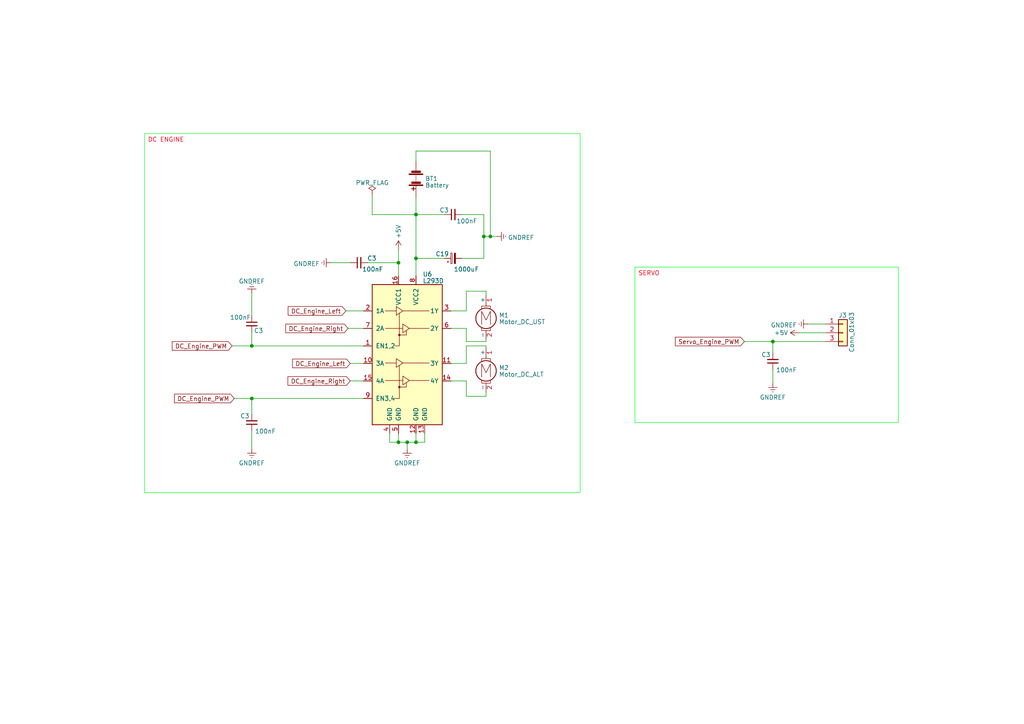
<source format=kicad_sch>
(kicad_sch (version 20230121) (generator eeschema)
  (paper "A4")
  (lib_symbols
    (symbol "Connector_Generic:Conn_01x03" (pin_names (offset 1.016) hide)
      (property "Reference" "J" (at 0 5.08 0))
      (property "Value" "Conn_01x03" (at 0 -5.08 0))
      (symbol "Conn_01x03_1_1"
        (rectangle (start -1.27 -2.413) (end 0 -2.667) (stroke (width 0.1524)))
        (rectangle (start -1.27 0.127) (end 0 -0.127) (stroke (width 0.1524)))
        (rectangle (start -1.27 2.667) (end 0 2.413) (stroke (width 0.1524)))
        (rectangle (start -1.27 3.81) (end 1.27 -3.81) (stroke (width 0.254)) (fill (type background)))
        (pin passive line (at -5.08 2.54 0) (length 3.81) (name "Pin_1") (number "1"))
        (pin passive line (at -5.08 0 0) (length 3.81) (name "Pin_2") (number "2"))
        (pin passive line (at -5.08 -2.54 0) (length 3.81) (name "Pin_3") (number "3"))
      )
    )
    (symbol "Device:Battery" (pin_numbers hide) (pin_names (offset 0) hide)
      (property "Reference" "BT" (at 2.54 2.54 0))
      (property "Value" "Battery" (at 2.54 0 0))
      (symbol "Battery_0_1"
        (rectangle (start -2.032 -1.397) (end 2.032 -1.651) (fill (type outline)))
        (rectangle (start -2.032 1.778) (end 2.032 1.524) (fill (type outline)))
        (rectangle (start -1.3208 -1.9812) (end 1.27 -2.4892) (fill (type outline)))
        (rectangle (start -1.3208 1.1938) (end 1.27 0.6858) (fill (type outline)))
        (polyline (pts (xy 0 -1.524) (xy 0 -1.27)))
        (polyline (pts (xy 0 -1.016) (xy 0 -0.762)))
        (polyline (pts (xy 0 -0.508) (xy 0 -0.254)))
        (polyline (pts (xy 0 0) (xy 0 0.254)))
        (polyline (pts (xy 0 0.508) (xy 0 0.762)))
        (polyline (pts (xy 0 1.778) (xy 0 2.54)))
        (polyline (pts (xy 0.254 2.667) (xy 1.27 2.667)) (stroke (width 0.254)))
        (polyline (pts (xy 0.762 3.175) (xy 0.762 2.159)) (stroke (width 0.254)))
      )
      (symbol "Battery_1_1"
        (pin passive line (at 0 5.08 270) (length 2.54) (name "+") (number "1"))
        (pin passive line (at 0 -5.08 90) (length 2.54) (name "-") (number "2"))
      )
    )
    (symbol "Device:C_Polarized_Small" (pin_numbers hide) (pin_names (offset 0.254) hide)
      (property "Reference" "C" (at 0.254 1.778 0))
      (property "Value" "C_Polarized_Small" (at 0.254 -2.032 0))
      (symbol "C_Polarized_Small_0_1"
        (rectangle (start -1.524 -0.3048) (end 1.524 -0.6858) (fill (type outline)))
        (rectangle (start -1.524 0.6858) (end 1.524 0.3048))
        (polyline (pts (xy -1.27 1.524) (xy -0.762 1.524)))
        (polyline (pts (xy -1.016 1.27) (xy -1.016 1.778)))
      )
      (symbol "C_Polarized_Small_1_1"
        (pin passive line (at 0 2.54 270) (length 1.8542) (name "~") (number "1"))
        (pin passive line (at 0 -2.54 90) (length 1.8542) (name "~") (number "2"))
      )
    )
    (symbol "Device:C_Small" (pin_numbers hide) (pin_names (offset 0.254) hide)
      (property "Reference" "C" (at 0.254 1.778 0))
      (property "Value" "C_Small" (at 0.254 -2.032 0))
      (symbol "C_Small_0_1"
        (polyline (pts (xy -1.524 -0.508) (xy 1.524 -0.508)) (stroke (width 0.3302)))
        (polyline (pts (xy -1.524 0.508) (xy 1.524 0.508)) (stroke (width 0.3048)))
      )
      (symbol "C_Small_1_1"
        (pin passive line (at 0 2.54 270) (length 2.032) (name "~") (number "1"))
        (pin passive line (at 0 -2.54 90) (length 2.032) (name "~") (number "2"))
      )
    )
    (symbol "Driver_Motor:L293D" (pin_names (offset 1.016))
      (property "Reference" "U" (at -5.08 26.035 0))
      (property "Value" "L293D" (at -5.08 24.13 0))
      (symbol "L293D_0_1"
        (rectangle (start -10.16 22.86) (end 10.16 -17.78) (stroke (width 0.254)) (fill (type background)))
        (circle (center -2.286 -6.858) (radius 0.254) (fill (type outline)))
        (circle (center -2.286 8.255) (radius 0.254) (fill (type outline)))
        (polyline (pts (xy -6.35 -4.953) (xy -1.27 -4.953)))
        (polyline (pts (xy -6.35 0.127) (xy -3.175 0.127)))
        (polyline (pts (xy -6.35 10.16) (xy -1.27 10.16)))
        (polyline (pts (xy -6.35 15.24) (xy -3.175 15.24)))
        (polyline (pts (xy -1.27 0.127) (xy 6.35 0.127)))
        (polyline (pts (xy -1.27 15.24) (xy 6.35 15.24)))
        (polyline (pts (xy 0.635 -4.953) (xy 6.35 -4.953)))
        (polyline (pts (xy 0.635 10.16) (xy 6.35 10.16)))
        (polyline (pts (xy -2.286 -6.858) (xy -0.254 -6.858) (xy -0.254 -5.588)))
        (polyline (pts (xy -2.286 -0.635) (xy -2.286 -10.16) (xy -3.556 -10.16)))
        (polyline (pts (xy -2.286 8.255) (xy -0.254 8.255) (xy -0.254 9.525)))
        (polyline (pts (xy -2.286 14.478) (xy -2.286 5.08) (xy -3.556 5.08)))
        (polyline (pts (xy -3.175 1.397) (xy -3.175 -1.143) (xy -1.27 0.127) (xy -3.175 1.397)))
        (polyline (pts (xy -3.175 16.51) (xy -3.175 13.97) (xy -1.27 15.24) (xy -3.175 16.51)))
        (polyline (pts (xy -1.27 -3.683) (xy -1.27 -6.223) (xy 0.635 -4.953) (xy -1.27 -3.683)))
        (polyline (pts (xy -1.27 11.43) (xy -1.27 8.89) (xy 0.635 10.16) (xy -1.27 11.43)))
      )
      (symbol "L293D_1_1"
        (pin input line (at -12.7 5.08 0) (length 2.54) (name "EN1,2") (number "1"))
        (pin input line (at -12.7 0 0) (length 2.54) (name "3A") (number "10"))
        (pin output line (at 12.7 0 180) (length 2.54) (name "3Y") (number "11"))
        (pin power_in line (at 2.54 -20.32 90) (length 2.54) (name "GND") (number "12"))
        (pin power_in line (at 5.08 -20.32 90) (length 2.54) (name "GND") (number "13"))
        (pin output line (at 12.7 -5.08 180) (length 2.54) (name "4Y") (number "14"))
        (pin input line (at -12.7 -5.08 0) (length 2.54) (name "4A") (number "15"))
        (pin power_in line (at -2.54 25.4 270) (length 2.54) (name "VCC1") (number "16"))
        (pin input line (at -12.7 15.24 0) (length 2.54) (name "1A") (number "2"))
        (pin output line (at 12.7 15.24 180) (length 2.54) (name "1Y") (number "3"))
        (pin power_in line (at -5.08 -20.32 90) (length 2.54) (name "GND") (number "4"))
        (pin power_in line (at -2.54 -20.32 90) (length 2.54) (name "GND") (number "5"))
        (pin output line (at 12.7 10.16 180) (length 2.54) (name "2Y") (number "6"))
        (pin input line (at -12.7 10.16 0) (length 2.54) (name "2A") (number "7"))
        (pin power_in line (at 2.54 25.4 270) (length 2.54) (name "VCC2") (number "8"))
        (pin input line (at -12.7 -10.16 0) (length 2.54) (name "EN3,4") (number "9"))
      )
    )
    (symbol "Motor:Motor_DC_ALT" (pin_names (offset 0))
      (property "Reference" "M" (at 2.54 2.54 0))
      (property "Value" "Motor_DC_ALT" (at 2.54 -5.08 0))
      (symbol "Motor_DC_ALT_0_0"
        (circle (center 0 -1.524) (radius 2.9718) (stroke (width 0.254)))
        (polyline (pts (xy -1.27 -4.318) (xy -1.27 -5.08) (xy 1.27 -5.08) (xy 1.27 -4.318)))
        (polyline (pts (xy -1.27 1.27) (xy -1.27 2.032) (xy 1.27 2.032) (xy 1.27 1.27)))
        (polyline (pts (xy -1.27 -3.302) (xy -1.27 0.508) (xy 0 -2.032) (xy 1.27 0.508) (xy 1.27 -3.302)))
      )
      (symbol "Motor_DC_ALT_0_1"
        (polyline (pts (xy 0 2.032) (xy 0 2.54)))
      )
      (symbol "Motor_DC_ALT_1_1"
        (pin passive line (at 0 5.08 270) (length 2.54) (name "+") (number "1"))
        (pin passive line (at 0 -7.62 90) (length 2.54) (name "-") (number "2"))
      )
    )
    (symbol "power:+5V" (power) (pin_names (offset 0))
      (property "Value" "+5V" (at 0 3.556 0))
      (symbol "+5V_0_1"
        (polyline (pts (xy -0.762 1.27) (xy 0 2.54)))
        (polyline (pts (xy 0 0) (xy 0 2.54)))
        (polyline (pts (xy 0 2.54) (xy 0.762 1.27)))
      )
      (symbol "+5V_1_1"
        (pin power_in line (at 0 0 90) (length 0) hide (name "+5V") (number "1"))
      )
    )
    (symbol "power:GNDREF" (power) (pin_names (offset 0))
      (property "Value" "GNDREF" (at 0 -3.81 0))
      (symbol "GNDREF_0_1"
        (polyline (pts (xy -0.635 -1.905) (xy 0.635 -1.905)))
        (polyline (pts (xy -0.127 -2.54) (xy 0.127 -2.54)))
        (polyline (pts (xy 0 -1.27) (xy 0 0)))
        (polyline (pts (xy 1.27 -1.27) (xy -1.27 -1.27)))
      )
      (symbol "GNDREF_1_1"
        (pin power_in line (at 0 0 270) (length 0) hide (name "GNDREF") (number "1"))
      )
    )
    (symbol "power:PWR_FLAG" (power) (pin_numbers hide) (pin_names (offset 0) hide)
      (property "Value" "PWR_FLAG" (at 0 3.81 0))
      (symbol "PWR_FLAG_0_0"
        (pin power_out line (at 0 0 90) (length 0) (name "pwr") (number "1"))
      )
      (symbol "PWR_FLAG_0_1"
        (polyline (pts (xy 0 0) (xy 0 1.27) (xy -1.016 1.905) (xy 0 2.54) (xy 1.016 1.905) (xy 0 1.27)))
      )
    )
  )
  (junction (at 73.025 115.57))
  (junction (at 120.65 128.27))
  (junction (at 115.57 128.27))
  (junction (at 120.65 62.23))
  (junction (at 142.24 68.58))
  (junction (at 140.335 68.58))
  (junction (at 73.025 100.33))
  (junction (at 118.11 128.27))
  (junction (at 115.57 76.2))
  (junction (at 120.65 74.93))
  (junction (at 224.155 99.06))
  (wire (pts (xy 234.315 93.98) (xy 239.395 93.98)))
  (wire (pts (xy 67.945 115.57) (xy 73.025 115.57)))
  (wire (pts (xy 142.24 68.58) (xy 144.145 68.58)))
  (wire (pts (xy 95.885 76.2) (xy 101.6 76.2)))
  (wire (pts (xy 120.65 43.815) (xy 142.24 43.815)))
  (wire (pts (xy 120.65 46.99) (xy 120.65 43.815)))
  (wire (pts (xy 115.57 72.39) (xy 115.57 76.2)))
  (wire (pts (xy 120.65 57.15) (xy 120.65 62.23)))
  (wire (pts (xy 135.255 95.25) (xy 130.81 95.25)))
  (wire (pts (xy 140.335 62.23) (xy 140.335 68.58)))
  (wire (pts (xy 118.11 130.175) (xy 118.11 128.27)))
  (wire (pts (xy 135.255 100.33) (xy 140.97 100.33)))
  (wire (pts (xy 142.24 43.815) (xy 142.24 68.58)))
  (wire (pts (xy 231.775 96.52) (xy 239.395 96.52)))
  (wire (pts (xy 101.6 110.49) (xy 105.41 110.49)))
  (wire (pts (xy 73.025 125.095) (xy 73.025 130.175)))
  (wire (pts (xy 73.025 115.57) (xy 73.025 120.015)))
  (wire (pts (xy 140.97 113.665) (xy 140.97 114.935)))
  (wire (pts (xy 215.9 99.06) (xy 224.155 99.06)))
  (wire (pts (xy 133.985 62.23) (xy 140.335 62.23)))
  (wire (pts (xy 224.155 99.06) (xy 224.155 102.235)))
  (wire (pts (xy 100.33 90.17) (xy 105.41 90.17)))
  (wire (pts (xy 140.335 74.93) (xy 140.335 68.58)))
  (wire (pts (xy 128.905 74.93) (xy 120.65 74.93)))
  (wire (pts (xy 120.65 62.23) (xy 120.65 74.93)))
  (wire (pts (xy 140.97 114.935) (xy 135.255 114.935)))
  (wire (pts (xy 73.025 85.09) (xy 73.025 91.44)))
  (wire (pts (xy 135.255 95.25) (xy 135.255 99.06)))
  (wire (pts (xy 123.19 128.27) (xy 123.19 125.73)))
  (wire (pts (xy 135.255 84.455) (xy 140.97 84.455)))
  (wire (pts (xy 115.57 76.2) (xy 115.57 80.01)))
  (wire (pts (xy 224.155 107.315) (xy 224.155 111.125)))
  (wire (pts (xy 67.31 100.33) (xy 73.025 100.33)))
  (wire (pts (xy 106.68 76.2) (xy 115.57 76.2)))
  (wire (pts (xy 140.335 68.58) (xy 142.24 68.58)))
  (wire (pts (xy 100.965 95.25) (xy 105.41 95.25)))
  (wire (pts (xy 135.255 99.06) (xy 140.97 99.06)))
  (wire (pts (xy 101.6 105.41) (xy 105.41 105.41)))
  (wire (pts (xy 120.65 125.73) (xy 120.65 128.27)))
  (wire (pts (xy 113.03 128.27) (xy 115.57 128.27)))
  (wire (pts (xy 140.97 99.06) (xy 140.97 98.425)))
  (wire (pts (xy 107.95 56.515) (xy 107.95 62.23)))
  (wire (pts (xy 115.57 128.27) (xy 118.11 128.27)))
  (wire (pts (xy 107.95 62.23) (xy 120.65 62.23)))
  (wire (pts (xy 140.97 100.33) (xy 140.97 100.965)))
  (wire (pts (xy 120.65 74.93) (xy 120.65 80.01)))
  (wire (pts (xy 73.025 100.33) (xy 105.41 100.33)))
  (wire (pts (xy 135.255 90.17) (xy 135.255 84.455)))
  (wire (pts (xy 73.025 96.52) (xy 73.025 100.33)))
  (wire (pts (xy 120.65 128.27) (xy 123.19 128.27)))
  (wire (pts (xy 73.025 115.57) (xy 105.41 115.57)))
  (wire (pts (xy 118.11 128.27) (xy 120.65 128.27)))
  (wire (pts (xy 224.155 99.06) (xy 239.395 99.06)))
  (wire (pts (xy 133.985 74.93) (xy 140.335 74.93)))
  (wire (pts (xy 135.255 105.41) (xy 135.255 100.33)))
  (wire (pts (xy 135.255 110.49) (xy 130.81 110.49)))
  (wire (pts (xy 128.905 62.23) (xy 120.65 62.23)))
  (wire (pts (xy 115.57 128.27) (xy 115.57 125.73)))
  (wire (pts (xy 130.81 90.17) (xy 135.255 90.17)))
  (wire (pts (xy 135.255 114.935) (xy 135.255 110.49)))
  (wire (pts (xy 140.97 84.455) (xy 140.97 85.725)))
  (wire (pts (xy 130.81 105.41) (xy 135.255 105.41)))
  (wire (pts (xy 113.03 125.73) (xy 113.03 128.27)))
  (text_box "DC ENGINE\n" (at 41.91 38.735 0) (size 126.365 104.14) (stroke (width 0) (color 0 255 24 1)) (effects (font (size 1.27 1.27)) (justify left top)))
  (text_box "SERVO\n" (at 184.15 77.47 0) (size 76.4032 45.085) (stroke (width 0) (color 0 255 24 1)) (effects (font (size 1.27 1.27)) (justify left top)))
  (global_label "Servo_Engine_PWM" (shape input) (at 215.9 99.06 180) (property "Intersheetrefs" "${INTERSHEET_REFS}" (effects hide)))
  (global_label "DC_Engine_Left" (shape input) (at 101.6 105.41 180) (property "Intersheetrefs" "${INTERSHEET_REFS}" (effects hide)))
  (global_label "DC_Engine_Left" (shape input) (at 100.33 90.17 180) (property "Intersheetrefs" "${INTERSHEET_REFS}" (effects hide)))
  (global_label "DC_Engine_Right" (shape input) (at 100.965 95.25 180) (property "Intersheetrefs" "${INTERSHEET_REFS}" (effects hide)))
  (global_label "DC_Engine_PWM" (shape input) (at 67.31 100.33 180) (property "Intersheetrefs" "${INTERSHEET_REFS}" (effects hide)))
  (global_label "DC_Engine_Right" (shape input) (at 101.6 110.49 180) (property "Intersheetrefs" "${INTERSHEET_REFS}" (effects hide)))
  (global_label "DC_Engine_PWM" (shape input) (at 67.945 115.57 180) (property "Intersheetrefs" "${INTERSHEET_REFS}" (effects hide)))
  (symbol (lib_id "Device:C_Small") (at 224.155 104.775 180) (unit 1)
    (property "Reference" "C3" (at 223.52 102.87 0) (effects (justify left)))
    (property "Value" "100nF" (at 231.14 107.315 0) (effects (justify left)))
    (property "Footprint" "Capacitor_SMD:C_0805_2012Metric" (effects hide))
    (instances (project "Sistem_Tasarim" (path "" (reference "C3") (unit 1)) (path "" (reference "C14") (unit 1)) (path "" (reference "C25") (unit 1))))
  )
  (symbol (lib_id "Device:C_Small") (at 73.025 122.555 180) (unit 1)
    (property "Reference" "C3" (at 72.39 120.65 0) (effects (justify left)))
    (property "Value" "100nF" (at 80.01 125.095 0) (effects (justify left)))
    (property "Footprint" "Capacitor_SMD:C_0805_2012Metric" (effects hide))
    (instances (project "Sistem_Tasarim" (path "" (reference "C3") (unit 1)) (path "" (reference "C14") (unit 1)) (path "" (reference "C24") (unit 1))))
  )
  (symbol (lib_id "power:GNDREF") (at 118.11 130.175 0) (unit 1)
    (property "Reference" "#PWR06" (effects hide))
    (property "Value" "GNDREF" (at 118.11 134.3105 0))
    (instances (project "Sistem_Tasarim" (path "" (reference "#PWR06") (unit 1)) (path "" (reference "#PWR013") (unit 1)) (path "" (reference "#PWR040") (unit 1))))
  )
  (symbol (lib_id "Device:C_Polarized_Small") (at 131.445 74.93 90) (unit 1)
    (property "Reference" "C19" (at 128.27 73.66 90))
    (property "Value" "1000uF" (at 135.255 78.105 90))
    (property "Footprint" "Capacitor_THT:CP_Radial_D10.0mm_P5.00mm" (effects hide))
  )
  (symbol (lib_id "power:GNDREF") (at 73.025 130.175 0) (unit 1)
    (property "Reference" "#PWR06" (effects hide))
    (property "Value" "GNDREF" (at 73.025 134.3105 0))
    (instances (project "Sistem_Tasarim" (path "" (reference "#PWR06") (unit 1)) (path "" (reference "#PWR013") (unit 1)) (path "" (reference "#PWR047") (unit 1))))
  )
  (symbol (lib_id "Device:C_Small") (at 73.025 93.98 0) (unit 1)
    (property "Reference" "C3" (at 73.66 95.885 0) (effects (justify left)))
    (property "Value" "100nF" (at 66.675 92.075 0) (effects (justify left)))
    (property "Footprint" "Capacitor_SMD:C_0805_2012Metric" (effects hide))
    (instances (project "Sistem_Tasarim" (path "" (reference "C3") (unit 1)) (path "" (reference "C14") (unit 1)) (path "" (reference "C23") (unit 1))))
  )
  (symbol (lib_id "power:GNDREF") (at 144.145 68.58 90) (unit 1)
    (property "Reference" "#PWR06" (effects hide))
    (property "Value" "GNDREF" (at 147.32 68.8968 90) (effects (justify right)))
    (instances (project "Sistem_Tasarim" (path "" (reference "#PWR06") (unit 1)) (path "" (reference "#PWR013") (unit 1)) (path "" (reference "#PWR042") (unit 1))))
  )
  (symbol (lib_id "Driver_Motor:L293D") (at 118.11 105.41 0) (unit 1)
    (property "Reference" "U6" (at 122.6059 79.5401 0) (effects (justify left)))
    (property "Value" "L293D" (at 122.6059 81.4611 0) (effects (justify left)))
    (property "Footprint" "Package_DIP:DIP-16_W7.62mm" (effects hide))
    (property "Datasheet" "http://www.ti.com/lit/ds/symlink/l293.pdf" (effects hide))
  )
  (symbol (lib_id "power:GNDREF") (at 234.315 93.98 270) (unit 1)
    (property "Reference" "#PWR06" (effects hide))
    (property "Value" "GNDREF" (at 231.1401 94.2968 90) (effects (justify right)))
    (instances (project "Sistem_Tasarim" (path "" (reference "#PWR06") (unit 1)) (path "" (reference "#PWR013") (unit 1)) (path "" (reference "#PWR043") (unit 1))))
  )
  (symbol (lib_id "Connector_Generic:Conn_01x03") (at 244.475 96.52 0) (unit 1)
    (property "Reference" "J3" (at 243.205 91.44 0) (effects (justify left)))
    (property "Value" "Conn_01x03" (at 247.015 102.235 90) (effects (justify left)))
    (property "Footprint" "Connector_PinHeader_2.54mm:PinHeader_1x03_P2.54mm_Vertical" (effects hide))
    (instances (project "Sistem_Tasarim" (path "" (reference "J3") (unit 1)) (path "" (reference "J2") (unit 1))))
  )
  (symbol (lib_id "Motor:Motor_DC_ALT") (at 140.97 90.805 0) (unit 1)
    (property "Reference" "M1" (at 144.7038 91.4313 0) (effects (justify left)))
    (property "Value" "Motor_DC_UST" (at 144.7038 93.3523 0) (effects (justify left)))
    (property "Footprint" "TerminalBlock_Phoenix:TerminalBlock_Phoenix_MKDS-1,5-2_1x02_P5.00mm_Horizontal" (effects hide))
  )
  (symbol (lib_id "Device:C_Small") (at 131.445 62.23 90) (unit 1)
    (property "Reference" "C3" (at 130.175 60.96 90) (effects (justify left)))
    (property "Value" "100nF" (at 138.43 64.135 90) (effects (justify left)))
    (property "Footprint" "Capacitor_SMD:C_0805_2012Metric" (effects hide))
    (instances (project "Sistem_Tasarim" (path "" (reference "C3") (unit 1)) (path "" (reference "C14") (unit 1)) (path "" (reference "C18") (unit 1))))
  )
  (symbol (lib_id "Device:Battery") (at 120.65 52.07 180) (unit 1)
    (property "Reference" "BT1" (at 123.317 51.8073 0) (effects (justify right)))
    (property "Value" "Battery" (at 123.317 53.7283 0) (effects (justify right)))
    (property "Footprint" "TerminalBlock_Phoenix:TerminalBlock_Phoenix_MKDS-1,5-2_1x02_P5.00mm_Horizontal" (effects hide))
  )
  (symbol (lib_id "power:GNDREF") (at 224.155 111.125 0) (unit 1)
    (property "Reference" "#PWR06" (effects hide))
    (property "Value" "GNDREF" (at 224.155 115.2605 0))
    (instances (project "Sistem_Tasarim" (path "" (reference "#PWR06") (unit 1)) (path "" (reference "#PWR013") (unit 1)) (path "" (reference "#PWR048") (unit 1))))
  )
  (symbol (lib_id "power:GNDREF") (at 73.025 85.09 180) (unit 1)
    (property "Reference" "#PWR06" (effects hide))
    (property "Value" "GNDREF" (at 73.025 81.5881 0))
    (instances (project "Sistem_Tasarim" (path "" (reference "#PWR06") (unit 1)) (path "" (reference "#PWR013") (unit 1)) (path "" (reference "#PWR046") (unit 1))))
  )
  (symbol (lib_id "Motor:Motor_DC_ALT") (at 140.97 106.045 0) (unit 1)
    (property "Reference" "M2" (at 144.7038 106.6713 0) (effects (justify left)))
    (property "Value" "Motor_DC_ALT" (at 144.7038 108.5923 0) (effects (justify left)))
    (property "Footprint" "TerminalBlock_Phoenix:TerminalBlock_Phoenix_MKDS-1,5-2_1x02_P5.00mm_Horizontal" (effects hide))
  )
  (symbol (lib_id "power:PWR_FLAG") (at 107.95 56.515 0) (unit 1)
    (property "Reference" "#FLG05" (effects hide))
    (property "Value" "PWR_FLAG" (at 107.95 53.0131 0))
  )
  (symbol (lib_id "power:GNDREF") (at 95.885 76.2 270) (unit 1)
    (property "Reference" "#PWR06" (effects hide))
    (property "Value" "GNDREF" (at 92.7101 76.5168 90) (effects (justify right)))
    (instances (project "Sistem_Tasarim" (path "" (reference "#PWR06") (unit 1)) (path "" (reference "#PWR013") (unit 1)) (path "" (reference "#PWR041") (unit 1))))
  )
  (symbol (lib_id "power:+5V") (at 231.775 96.52 90) (unit 1)
    (property "Reference" "#PWR011" (effects hide))
    (property "Value" "+5V" (at 228.6 96.52 90) (effects (justify left)))
    (instances (project "Sistem_Tasarim" (path "" (reference "#PWR011") (unit 1)) (path "" (reference "#PWR010") (unit 1)) (path "" (reference "#PWR044") (unit 1))))
  )
  (symbol (lib_id "Device:C_Small") (at 104.14 76.2 90) (unit 1)
    (property "Reference" "C3" (at 109.22 74.93 90) (effects (justify left)))
    (property "Value" "100nF" (at 111.125 78.105 90) (effects (justify left)))
    (property "Footprint" "Capacitor_SMD:C_0805_2012Metric" (effects hide))
    (instances (project "Sistem_Tasarim" (path "" (reference "C3") (unit 1)) (path "" (reference "C14") (unit 1)) (path "" (reference "C17") (unit 1))))
  )
  (symbol (lib_id "power:+5V") (at 115.57 72.39 0) (unit 1)
    (property "Reference" "#PWR011" (effects hide))
    (property "Value" "+5V" (at 115.57 69.215 90) (effects (justify left)))
    (instances (project "Sistem_Tasarim" (path "" (reference "#PWR011") (unit 1)) (path "" (reference "#PWR010") (unit 1)) (path "" (reference "#PWR039") (unit 1))))
  )
)
</source>
